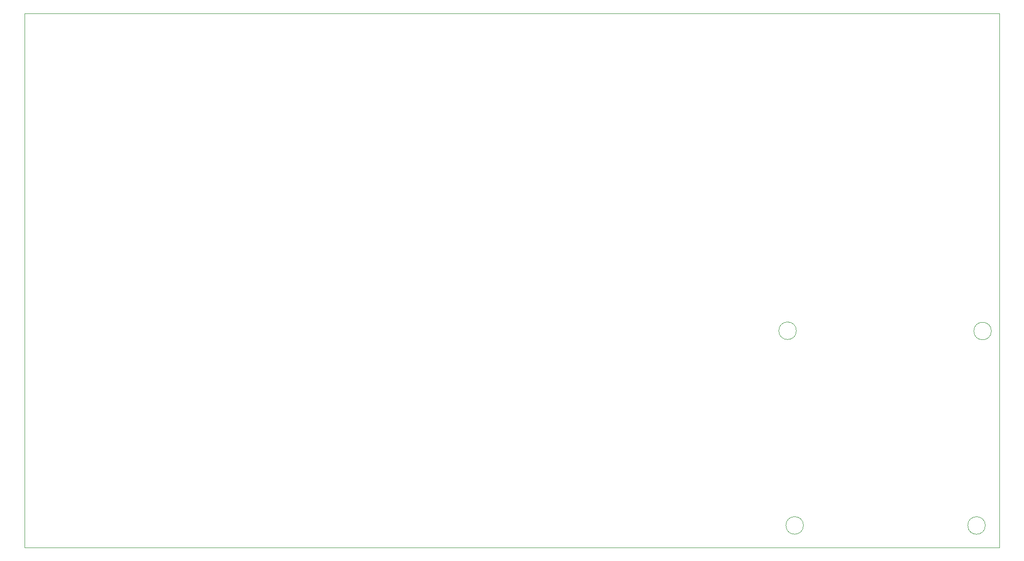
<source format=gbr>
%TF.GenerationSoftware,KiCad,Pcbnew,7.0.2*%
%TF.CreationDate,2023-11-03T08:34:37+00:00*%
%TF.ProjectId,quizbuzzer,7175697a-6275-47a7-9a65-722e6b696361,V0.1.2*%
%TF.SameCoordinates,Original*%
%TF.FileFunction,Profile,NP*%
%FSLAX46Y46*%
G04 Gerber Fmt 4.6, Leading zero omitted, Abs format (unit mm)*
G04 Created by KiCad (PCBNEW 7.0.2) date 2023-11-03 08:34:37*
%MOMM*%
%LPD*%
G01*
G04 APERTURE LIST*
%TA.AperFunction,Profile*%
%ADD10C,0.050000*%
%TD*%
G04 APERTURE END LIST*
D10*
X198467000Y-106918000D02*
G75*
G03*
X198467000Y-106918000I-1600000J0D01*
G01*
X165277000Y-106908000D02*
G75*
G03*
X165277000Y-106908000I-1600000J0D01*
G01*
X199567000Y-71408000D02*
G75*
G03*
X199567000Y-71408000I-1600000J0D01*
G01*
X163987000Y-71358000D02*
G75*
G03*
X163987000Y-71358000I-1600000J0D01*
G01*
X201045000Y-110940000D02*
X201045000Y-13410000D01*
X23143000Y-13410000D02*
X23143000Y-110940000D01*
X23143000Y-110940000D02*
X201045000Y-110940000D01*
X201045000Y-13410000D02*
X23143000Y-13410000D01*
M02*

</source>
